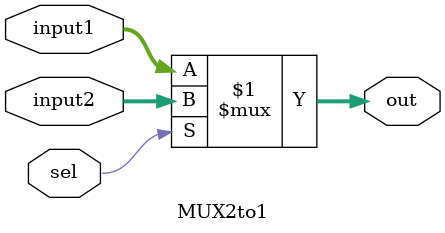
<source format=v>

module MUX2to1 #(
    parameter N = 32
)(
    input [N-1:0] input1, input2,
    input sel,
    output [N-1:0] out
);
    assign out = sel ? input2 : input1;
endmodule

</source>
